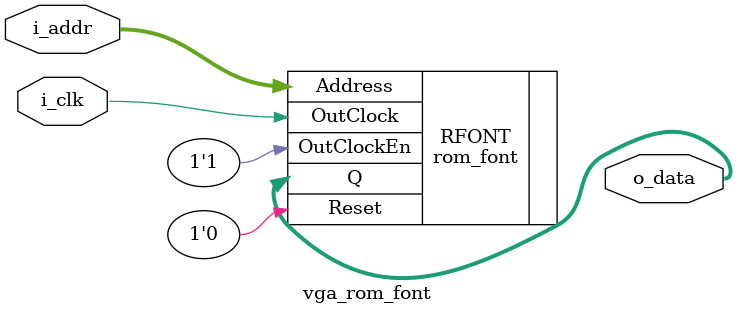
<source format=v>
module vga_rom_font
(
    input wire i_clk,
    input wire [11:0] i_addr,      // Address input
    output wire [7:0] o_data        // Data output
);

//rom_1 RFONT(
//	.address(i_addr),
//	.clock(i_clk),
//	.q(o_data)
//);

/*
rom RFONT(
  .clka(i_clk),
  .addra(i_addr),
  .douta(o_data)
);
*/

// GoWin -------------------
/*
rom RFONT(
    .dout  ( o_data ),
    .clk   ( i_clk  ),
    .oce   ( 1'b1   ),
    .ce    ( 1'b1   ),
    .reset ( 1'b0   ),
    .ad    ( i_addr )
);
*/

// Lattice -----------------
rom_font RFONT
(
    .Address    ( i_addr ), 
    .OutClock   ( i_clk  ), 
    .OutClockEn ( 1'b1   ), 
    .Reset      ( 1'b0   ), 
    .Q          ( o_data )
);

 
endmodule


</source>
